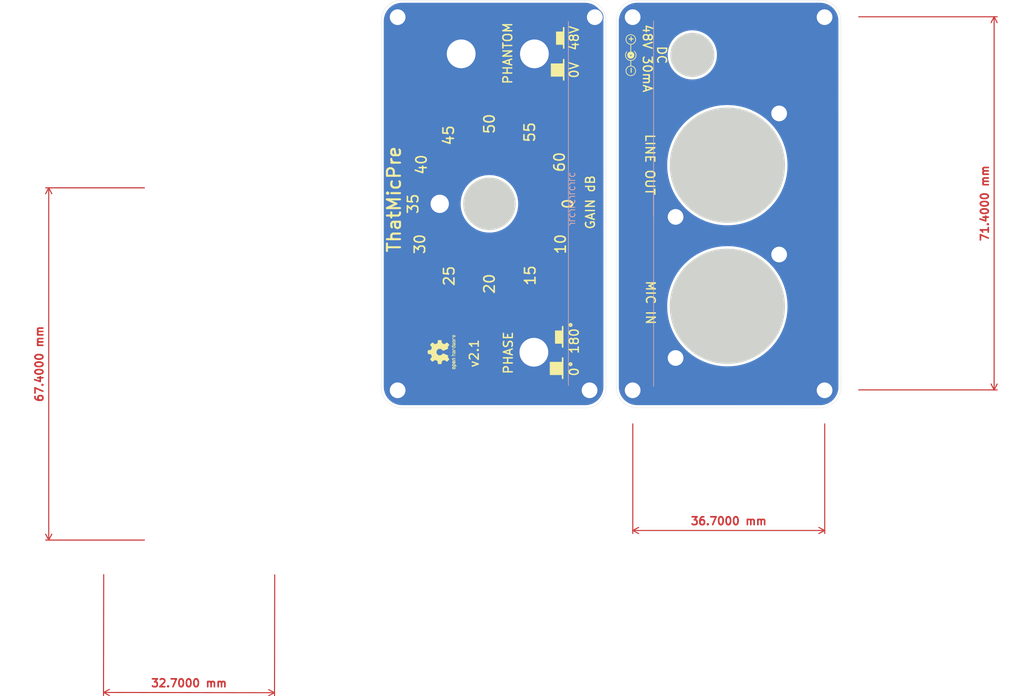
<source format=kicad_pcb>
(kicad_pcb (version 20240108) (generator "pcbnew") (generator_version "8.0")
  (title_block (title "THAT MicPre Panels") (date "2020-04-13") (rev "1.1") (company "OJG"))
  (layers (0 "F.Cu" signal) (31 "B.Cu" signal) (34 "B.Paste" user) (35 "F.Paste" user) (36 "B.SilkS" user "B.Silkscreen") (37 "F.SilkS" user "F.Silkscreen") (38 "B.Mask" user) (39 "F.Mask" user) (44 "Edge.Cuts" user))
  (net 0 "")
  (net 1 "GND")
  (footprint "Symbol:OSHW-Logo2_7.3x6mm_SilkScreen" (layer "F.Cu") (at 114.3508 121.7676 90)
    (property "Reference" "REF**" (hide yes))
    (property "Value" "OSHW-Logo2_7.3x6mm_SilkScreen" (hide yes))
    (fp_poly (pts (xy 2.6526 1.958752) (xy 2.669948 1.966334) (xy 2.711356 1.999128) (xy 2.746765 2.046547) (xy 2.768664 2.097151) (xy 2.772229 2.122098) (xy 2.760279 2.156927) (xy 2.734067 2.175357) (xy 2.705964 2.186516) (xy 2.693095 2.188572) (xy 2.686829 2.173649) (xy 2.674456 2.141175) (xy 2.669028 2.126502) (xy 2.63859 2.075744) (xy 2.59452 2.050427) (xy 2.53801 2.051206) (xy 2.533825 2.052203) (xy 2.503655 2.066507) (xy 2.481476 2.094393) (xy 2.466327 2.139287) (xy 2.45725 2.204615) (xy 2.453286 2.293804) (xy 2.452914 2.341261) (xy 2.45273 2.416071) (xy 2.451522 2.467069) (xy 2.448309 2.499471) (xy 2.442109 2.518495) (xy 2.43194 2.529356) (xy 2.416819 2.537272) (xy 2.415946 2.53767) (xy 2.386828 2.549981) (xy 2.372403 2.554514) (xy 2.370186 2.540809) (xy 2.368289 2.502925) (xy 2.366847 2.445715) (xy 2.365998 2.374027) (xy 2.365829 2.321565) (xy 2.366692 2.220047) (xy 2.37007 2.143032) (xy 2.377142 2.086023) (xy 2.389088 2.044526) (xy 2.40709 2.014043) (xy 2.432327 1.99008) (xy 2.457247 1.973355) (xy 2.517171 1.951097) (xy 2.586911 1.946076) (xy 2.6526 1.958752)) (stroke (width 0.01)) (fill solid) (layer "F.SilkS"))
    (fp_poly (pts (xy -1.283907 1.92778) (xy -1.237328 1.954723) (xy -1.204943 1.981466) (xy -1.181258 2.009484) (xy -1.164941 2.043748) (xy -1.154661 2.089227) (xy -1.149086 2.150892) (xy -1.146884 2.233711) (xy -1.146629 2.293246) (xy -1.146629 2.512391) (xy -1.208314 2.540044) (xy -1.27 2.567697) (xy -1.277257 2.32767) (xy -1.280256 2.238028) (xy -1.283402 2.172962) (xy -1.287299 2.128026) (xy -1.292553 2.09877) (xy -1.299769 2.080748) (xy -1.30955 2.069511) (xy -1.312688 2.067079) (xy -1.360239 2.048083) (xy -1.408303 2.0556) (xy -1.436914 2.075543) (xy -1.448553 2.089675) (xy -1.456609 2.10822) (xy -1.461729 2.136334) (xy -1.464559 2.179173) (xy -1.465744 2.241895) (xy -1.465943 2.307261) (xy -1.465982 2.389268) (xy -1.467386 2.447316) (xy -1.472086 2.486465) (xy -1.482013 2.51178) (xy -1.499097 2.528323) (xy -1.525268 2.541156) (xy -1.560225 2.554491) (xy -1.598404 2.569007) (xy -1.593859 2.311389) (xy -1.592029 2.218519) (xy -1.589888 2.149889) (xy -1.586819 2.100711) (xy -1.582206 2.066198) (xy -1.575432 2.041562) (xy -1.565881 2.022016) (xy -1.554366 2.00477) (xy -1.49881 1.94968) (xy -1.43102 1.917822) (xy -1.357287 1.910191) (xy -1.283907 1.92778)) (stroke (width 0.01)) (fill solid) (layer "F.SilkS"))
    (fp_poly (pts (xy 0.529926 1.949755) (xy 0.595858 1.974084) (xy 0.649273 2.017117) (xy 0.670164 2.047409) (xy 0.692939 2.102994) (xy 0.692466 2.143186) (xy 0.668562 2.170217) (xy 0.659717 2.174813) (xy 0.62153 2.189144) (xy 0.602028 2.185472) (xy 0.595422 2.161407) (xy 0.595086 2.148114) (xy 0.582992 2.09921) (xy 0.551471 2.064999) (xy 0.507659 2.048476) (xy 0.458695 2.052634) (xy 0.418894 2.074227) (xy 0.40545 2.086544) (xy 0.395921 2.101487) (xy 0.389485 2.124075) (xy 0.385317 2.159328) (xy 0.382597 2.212266) (xy 0.380502 2.287907) (xy 0.37996 2.311857) (xy 0.377981 2.39379) (xy 0.375731 2.451455) (xy 0.372357 2.489608) (xy 0.367006 2.513004) (xy 0.358824 2.526398) (xy 0.346959 2.534545) (xy 0.339362 2.538144) (xy 0.307102 2.550452) (xy 0.288111 2.554514) (xy 0.281836 2.540948) (xy 0.278006 2.499934) (xy 0.2766 2.430999) (xy 0.277598 2.333669) (xy 0.277908 2.318657) (xy 0.280101 2.229859) (xy 0.282693 2.165019) (xy 0.286382 2.119067) (xy 0.291864 2.086935) (xy 0.299835 2.063553) (xy 0.310993 2.043852) (xy 0.31683 2.03541) (xy 0.350296 1.998057) (xy 0.387727 1.969003) (xy 0.392309 1.966467) (xy 0.459426 1.946443) (xy 0.529926 1.949755)) (stroke (width 0.01)) (fill solid) (layer "F.SilkS"))
    (fp_poly (pts (xy -0.624114 1.851289) (xy -0.619861 1.910613) (xy -0.614975 1.945572) (xy -0.608205 1.96082) (xy -0.598298 1.961015) (xy -0.595086 1.959195) (xy -0.552356 1.946015) (xy -0.496773 1.946785) (xy -0.440263 1.960333) (xy -0.404918 1.977861) (xy -0.368679 2.005861) (xy -0.342187 2.037549) (xy -0.324001 2.077813) (xy -0.312678 2.131543) (xy -0.306778 2.203626) (xy -0.304857 2.298951) (xy -0.304823 2.317237) (xy -0.3048 2.522646) (xy -0.350509 2.53858) (xy -0.382973 2.54942) (xy -0.400785 2.554468) (xy -0.401309 2.554514) (xy -0.403063 2.540828) (xy -0.404556 2.503076) (xy -0.405674 2.446224) (xy -0.406303 2.375234) (xy -0.4064 2.332073) (xy -0.406602 2.246973) (xy -0.407642 2.185981) (xy -0.410169 2.144177) (xy -0.414836 2.116642) (xy -0.422293 2.098456) (xy -0.433189 2.084698) (xy -0.439993 2.078073) (xy -0.486728 2.051375) (xy -0.537728 2.049375) (xy -0.583999 2.071955) (xy -0.592556 2.080107) (xy -0.605107 2.095436) (xy -0.613812 2.113618) (xy -0.619369 2.139909) (xy -0.622474 2.179562) (xy -0.623824 2.237832) (xy -0.624114 2.318173) (xy -0.624114 2.522646) (xy -0.669823 2.53858) (xy -0.702287 2.54942) (xy -0.720099 2.554468) (xy -0.720623 2.554514) (xy -0.721963 2.540623) (xy -0.723172 2.501439) (xy -0.724199 2.4407) (xy -0.724998 2.362141) (xy -0.725519 2.269498) (xy -0.725714 2.166509) (xy -0.725714 1.769342) (xy -0.678543 1.749444) (xy -0.631371 1.729547) (xy -0.624114 1.851289)) (stroke (width 0.01)) (fill solid) (layer "F.SilkS"))
    (fp_poly (pts (xy 1.779833 1.958663) (xy 1.782048 1.99685) (xy 1.783784 2.054886) (xy 1.784899 2.12818) (xy 1.785257 2.205055) (xy 1.785257 2.465196) (xy 1.739326 2.511127) (xy 1.707675 2.539429) (xy 1.67989 2.550893) (xy 1.641915 2.550168) (xy 1.62684 2.548321) (xy 1.579726 2.542948) (xy 1.540756 2.539869) (xy 1.531257 2.539585) (xy 1.499233 2.541445) (xy 1.453432 2.546114) (xy 1.435674 2.548321) (xy 1.392057 2.551735) (xy 1.362745 2.54432) (xy 1.33368 2.521427) (xy 1.323188 2.511127) (xy 1.277257 2.465196) (xy 1.277257 1.978602) (xy 1.314226 1.961758) (xy 1.346059 1.949282) (xy 1.364683 1.944914) (xy 1.369458 1.958718) (xy 1.373921 1.997286) (xy 1.377775 2.056356) (xy 1.380722 2.131663) (xy 1.382143 2.195286) (xy 1.386114 2.445657) (xy 1.420759 2.450556) (xy 1.452268 2.447131) (xy 1.467708 2.436041) (xy 1.472023 2.415308) (xy 1.475708 2.371145) (xy 1.478469 2.309146) (xy 1.480012 2.234909) (xy 1.480235 2.196706) (xy 1.480457 1.976783) (xy 1.526166 1.960849) (xy 1.558518 1.950015) (xy 1.576115 1.944962) (xy 1.576623 1.944914) (xy 1.578388 1.958648) (xy 1.580329 1.99673) (xy 1.582282 2.054482) (xy 1.584084 2.127227) (xy 1.585343 2.195286) (xy 1.589314 2.445657) (xy 1.6764 2.445657) (xy 1.680396 2.21724) (xy 1.684392 1.988822) (xy 1.726847 1.966868) (xy 1.758192 1.951793) (xy 1.776744 1.944951) (xy 1.777279 1.944914) (xy 1.779833 1.958663)) (stroke (width 0.01)) (fill solid) (layer "F.SilkS"))
    (fp_poly (pts (xy -2.958885 1.921962) (xy -2.890855 1.957733) (xy -2.840649 2.015301) (xy -2.822815 2.052312) (xy -2.808937 2.107882) (xy -2.801833 2.178096) (xy -2.80116 2.254727) (xy -2.806573 2.329552) (xy -2.81773 2.394342) (xy -2.834286 2.440873) (xy -2.839374 2.448887) (xy -2.899645 2.508707) (xy -2.971231 2.544535) (xy -3.048908 2.55502) (xy -3.127452 2.53881) (xy -3.149311 2.529092) (xy -3.191878 2.499143) (xy -3.229237 2.459433) (xy -3.232768 2.454397) (xy -3.247119 2.430124) (xy -3.256606 2.404178) (xy -3.26221 2.370022) (xy -3.264914 2.321119) (xy -3.265701 2.250935) (xy -3.265714 2.2352) (xy -3.265678 2.230192) (xy -3.120571 2.230192) (xy -3.119727 2.29643) (xy -3.116404 2.340386) (xy -3.109417 2.368779) (xy -3.097584 2.388325) (xy -3.091543 2.394857) (xy -3.056814 2.41968) (xy -3.023097 2.418548) (xy -2.989005 2.397016) (xy -2.968671 2.374029) (xy -2.956629 2.340478) (xy -2.949866 2.287569) (xy -2.949402 2.281399) (xy -2.948248 2.185513) (xy -2.960312 2.114299) (xy -2.98543 2.068194) (xy -3.02344 2.047635) (xy -3.037008 2.046514) (xy -3.072636 2.052152) (xy -3.097006 2.071686) (xy -3.111907 2.109042) (xy -3.119125 2.16815) (xy -3.120571 2.230192) (xy -3.265678 2.230192) (xy -3.265174 2.160413) (xy -3.262904 2.108159) (xy -3.257932 2.071949) (xy -3.249287 2.045299) (xy -3.235995 2.021722) (xy -3.233057 2.017338) (xy -3.183687 1.958249) (xy -3.129891 1.923947) (xy -3.064398 1.910331) (xy -3.042158 1.909665) (xy -2.958885 1.921962)) (stroke (width 0.01)) (fill solid) (layer "F.SilkS"))
    (fp_poly (pts (xy 3.153595 1.966966) (xy 3.211021 2.004497) (xy 3.238719 2.038096) (xy 3.260662 2.099064) (xy 3.262405 2.147308) (xy 3.258457 2.211816) (xy 3.109686 2.276934) (xy 3.037349 2.310202) (xy 2.990084 2.336964) (xy 2.965507 2.360144) (xy 2.961237 2.382667) (xy 2.974889 2.407455) (xy 2.989943 2.423886) (xy 3.033746 2.450235) (xy 3.081389 2.452081) (xy 3.125145 2.431546) (xy 3.157289 2.390752) (xy 3.163038 2.376347) (xy 3.190576 2.331356) (xy 3.222258 2.312182) (xy 3.265714 2.295779) (xy 3.265714 2.357966) (xy 3.261872 2.400283) (xy 3.246823 2.435969) (xy 3.21528 2.476943) (xy 3.210592 2.482267) (xy 3.175506 2.51872) (xy 3.145347 2.538283) (xy 3.107615 2.547283) (xy 3.076335 2.55023) (xy 3.020385 2.550965) (xy 2.980555 2.54166) (xy 2.955708 2.527846) (xy 2.916656 2.497467) (xy 2.889625 2.464613) (xy 2.872517 2.423294) (xy 2.863238 2.367521) (xy 2.859693 2.291305) (xy 2.85941 2.252622) (xy 2.860372 2.206247) (xy 2.948007 2.206247) (xy 2.949023 2.231126) (xy 2.951556 2.2352) (xy 2.968274 2.229665) (xy 3.004249 2.215017) (xy 3.052331 2.19419) (xy 3.062386 2.189714) (xy 3.123152 2.158814) (xy 3.156632 2.131657) (xy 3.16399 2.10622) (xy 3.146391 2.080481) (xy 3.131856 2.069109) (xy 3.07941 2.046364) (xy 3.030322 2.050122) (xy 2.989227 2.077884) (xy 2.960758 2.127152) (xy 2.951631 2.166257) (xy 2.948007 2.206247) (xy 2.860372 2.206247) (xy 2.861285 2.162249) (xy 2.868196 2.095384) (xy 2.881884 2.046695) (xy 2.904096 2.010849) (xy 2.936574 1.982513) (xy 2.950733 1.973355) (xy 3.015053 1.949507) (xy 3.085473 1.948006) (xy 3.153595 1.966966)) (stroke (width 0.01)) (fill solid) (layer "F.SilkS"))
    (fp_poly (pts (xy 1.190117 2.065358) (xy 1.189933 2.173837) (xy 1.189219 2.257287) (xy 1.187675 2.319704) (xy 1.185001 2.365085) (xy 1.180894 2.397429) (xy 1.175055 2.420733) (xy 1.167182 2.438995) (xy 1.161221 2.449418) (xy 1.111855 2.505945) (xy 1.049264 2.541377) (xy 0.980013 2.55409) (xy 0.910668 2.542463) (xy 0.869375 2.521568) (xy 0.826025 2.485422) (xy 0.796481 2.441276) (xy 0.778655 2.383462) (xy 0.770463 2.306313) (xy 0.769302 2.249714) (xy 0.769458 2.245647) (xy 0.870857 2.245647) (xy 0.871476 2.31055) (xy 0.874314 2.353514) (xy 0.88084 2.381622) (xy 0.892523 2.401953) (xy 0.906483 2.417288) (xy 0.953365 2.44689) (xy 1.003701 2.449419) (xy 1.051276 2.424705) (xy 1.054979 2.421356) (xy 1.070783 2.403935) (xy 1.080693 2.383209) (xy 1.086058 2.352362) (xy 1.088228 2.304577) (xy 1.088571 2.251748) (xy 1.087827 2.185381) (xy 1.084748 2.141106) (xy 1.078061 2.112009) (xy 1.066496 2.091173) (xy 1.057013 2.080107) (xy 1.01296 2.052198) (xy 0.962224 2.048843) (xy 0.913796 2.070159) (xy 0.90445 2.078073) (xy 0.88854 2.095647) (xy 0.87861 2.116587) (xy 0.873278 2.147782) (xy 0.871163 2.196122) (xy 0.870857 2.245647) (xy 0.769458 2.245647) (xy 0.77281 2.158568) (xy 0.784726 2.090086) (xy 0.807135 2.0386) (xy 0.842124 1.998443) (xy 0.869375 1.977861) (xy 0.918907 1.955625) (xy 0.976316 1.945304) (xy 1.029682 1.948067) (xy 1.059543 1.959212) (xy 1.071261 1.962383) (xy 1.079037 1.950557) (xy 1.084465 1.918866) (xy 1.088571 1.870593) (xy 1.093067 1.816829) (xy 1.099313 1.784482) (xy 1.110676 1.765985) (xy 1.130528 1.75377) (xy 1.143 1.748362) (xy 1.190171 1.728601) (xy 1.190117 2.065358)) (stroke (width 0.01)) (fill solid) (layer "F.SilkS"))
    (fp_poly (pts (xy -1.831697 1.931239) (xy -1.774473 1.969735) (xy -1.730251 2.025335) (xy -1.703833 2.096086) (xy -1.69849 2.148162) (xy -1.699097 2.169893) (xy -1.704178 2.186531) (xy -1.718145 2.201437) (xy -1.745411 2.217973) (xy -1.790388 2.239498) (xy -1.857489 2.269374) (xy -1.857829 2.269524) (xy -1.919593 2.297813) (xy -1.970241 2.322933) (xy -2.004596 2.342179) (xy -2.017482 2.352848) (xy -2.017486 2.352934) (xy -2.006128 2.376166) (xy -1.979569 2.401774) (xy -1.949077 2.420221) (xy -1.93363 2.423886) (xy -1.891485 2.411212) (xy -1.855192 2.379471) (xy -1.837483 2.344572) (xy -1.820448 2.318845) (xy -1.787078 2.289546) (xy -1.747851 2.264235) (xy -1.713244 2.250471) (xy -1.706007 2.249714) (xy -1.697861 2.26216) (xy -1.69737 2.293972) (xy -1.703357 2.336866) (xy -1.714643 2.382558) (xy -1.73005 2.422761) (xy -1.730829 2.424322) (xy -1.777196 2.489062) (xy -1.837289 2.533097) (xy -1.905535 2.554711) (xy -1.976362 2.552185) (xy -2.044196 2.523804) (xy -2.047212 2.521808) (xy -2.100573 2.473448) (xy -2.13566 2.410352) (xy -2.155078 2.327387) (xy -2.157684 2.304078) (xy -2.162299 2.194055) (xy -2.156767 2.142748) (xy -2.017486 2.142748) (xy -2.015676 2.174753) (xy -2.005778 2.184093) (xy -1.981102 2.177105) (xy -1.942205 2.160587) (xy -1.898725 2.139881) (xy -1.897644 2.139333) (xy -1.860791 2.119949) (xy -1.846 2.107013) (xy -1.849647 2.093451) (xy -1.865005 2.075632) (xy -1.904077 2.049845) (xy -1.946154 2.04795) (xy -1.983897 2.066717) (xy -2.009966 2.102915) (xy -2.017486 2.142748) (xy -2.156767 2.142748) (xy -2.152806 2.106027) (xy -2.12845 2.036212) (xy -2.094544 1.987302) (xy -2.033347 1.937878) (xy -1.965937 1.913359) (xy -1.89712 1.911797) (xy -1.831697 1.931239)) (stroke (width 0.01)) (fill solid) (layer "F.SilkS"))
    (fp_poly (pts (xy 0.039744 1.950968) (xy 0.096616 1.972087) (xy 0.097267 1.972493) (xy 0.13244 1.99838) (xy 0.158407 2.028633) (xy 0.17667 2.068058) (xy 0.188732 2.121462) (xy 0.196096 2.193651) (xy 0.200264 2.289432) (xy 0.200629 2.303078) (xy 0.205876 2.508842) (xy 0.161716 2.531678) (xy 0.129763 2.54711) (xy 0.11047 2.554423) (xy 0.109578 2.554514) (xy 0.106239 2.541022) (xy 0.103587 2.504626) (xy 0.101956 2.451452) (xy 0.1016 2.408393) (xy 0.101592 2.338641) (xy 0.098403 2.294837) (xy 0.087288 2.273944) (xy 0.063501 2.272925) (xy 0.022296 2.288741) (xy -0.039914 2.317815) (xy -0.085659 2.341963) (xy -0.109187 2.362913) (xy -0.116104 2.385747) (xy -0.116114 2.386877) (xy -0.104701 2.426212) (xy -0.070908 2.447462) (xy -0.019191 2.450539) (xy 0.018061 2.450006) (xy 0.037703 2.460735) (xy 0.049952 2.486505) (xy 0.057002 2.519337) (xy 0.046842 2.537966) (xy 0.043017 2.540632) (xy 0.007001 2.55134) (xy -0.043434 2.552856) (xy -0.095374 2.545759) (xy -0.132178 2.532788) (xy -0.183062 2.489585) (xy -0.211986 2.429446) (xy -0.217714 2.382462) (xy -0.213343 2.340082) (xy -0.197525 2.305488) (xy -0.166203 2.274763) (xy -0.115322 2.24399) (xy -0.040824 2.209252) (xy -0.036286 2.207288) (xy 0.030821 2.176287) (xy 0.072232 2.150862) (xy 0.089981 2.128014) (xy 0.086107 2.104745) (xy 0.062643 2.078056) (xy 0.055627 2.071914) (xy 0.00863 2.0481) (xy -0.040067 2.049103) (xy -0.082478 2.072451) (xy -0.110616 2.115675) (xy -0.113231 2.12416) (xy -0.138692 2.165308) (xy -0.170999 2.185128) (xy -0.217714 2.20477) (xy -0.217714 2.15395) (xy -0.203504 2.080082) (xy -0.161325 2.012327) (xy -0.139376 1.989661) (xy -0.089483 1.960569) (xy -0.026033 1.9474) (xy 0.039744 1.950968)) (stroke (width 0.01)) (fill solid) (layer "F.SilkS"))
    (fp_poly (pts (xy -2.400256 1.919918) (xy -2.344799 1.947568) (xy -2.295852 1.99848) (xy -2.282371 2.017338) (xy -2.267686 2.042015) (xy -2.258158 2.068816) (xy -2.252707 2.104587) (xy -2.250253 2.156169) (xy -2.249714 2.224267) (xy -2.252148 2.317588) (xy -2.260606 2.387657) (xy -2.276826 2.439931) (xy -2.302546 2.479869) (xy -2.339503 2.512929) (xy -2.342218 2.514886) (xy -2.37864 2.534908) (xy -2.422498 2.544815) (xy -2.478276 2.547257) (xy -2.568952 2.547257) (xy -2.56899 2.635283) (xy -2.569834 2.684308) (xy -2.574976 2.713065) (xy -2.588413 2.730311) (xy -2.614142 2.744808) (xy -2.620321 2.747769) (xy -2.649236 2.761648) (xy -2.671624 2.770414) (xy -2.688271 2.771171) (xy -2.699964 2.761023) (xy -2.70749 2.737073) (xy -2.711634 2.696426) (xy -2.713185 2.636186) (xy -2.712929 2.553455) (xy -2.711651 2.445339) (xy -2.711252 2.413) (xy -2.709815 2.301524) (xy -2.708528 2.228603) (xy -2.569029 2.228603) (xy -2.568245 2.290499) (xy -2.56476 2.330997) (xy -2.556876 2.357708) (xy -2.542895 2.378244) (xy -2.533403 2.38826) (xy -2.494596 2.417567) (xy -2.460237 2.419952) (xy -2.424784 2.39575) (xy -2.423886 2.394857) (xy -2.409461 2.376153) (xy -2.400687 2.350732) (xy -2.396261 2.311584) (xy -2.394882 2.251697) (xy -2.394857 2.23843) (xy -2.398188 2.155901) (xy -2.409031 2.098691) (xy -2.42866 2.063766) (xy -2.45835 2.048094) (xy -2.475509 2.046514) (xy -2.516234 2.053926) (xy -2.544168 2.07833) (xy -2.560983 2.12298) (xy -2.56835 2.19113) (xy -2.569029 2.228603) (xy -2.708528 2.228603) (xy -2.708292 2.215245) (xy -2.706323 2.150333) (xy -2.70355 2.102958) (xy -2.699612 2.06929) (xy -2.694151 2.045498) (xy -2.686808 2.027753) (xy -2.677223 2.012224) (xy -2.673113 2.006381) (xy -2.618595 1.951185) (xy -2.549664 1.91989) (xy -2.469928 1.911165) (xy -2.400256 1.919918)) (stroke (width 0.01)) (fill solid) (layer "F.SilkS"))
    (fp_poly (pts (xy 2.144876 1.956335) (xy 2.186667 1.975344) (xy 2.219469 1.998378) (xy 2.243503 2.024133) (xy 2.260097 2.057358) (xy 2.270577 2.1028) (xy 2.276271 2.165207) (xy 2.278507 2.249327) (xy 2.278743 2.304721) (xy 2.278743 2.520826) (xy 2.241774 2.53767) (xy 2.212656 2.549981) (xy 2.198231 2.554514) (xy 2.195472 2.541025) (xy 2.193282 2.504653) (xy 2.191942 2.451542) (xy 2.191657 2.409372) (xy 2.190434 2.348447) (xy 2.187136 2.300115) (xy 2.182321 2.270518) (xy 2.178496 2.264229) (xy 2.152783 2.270652) (xy 2.112418 2.287125) (xy 2.065679 2.309458) (xy 2.020845 2.333457) (xy 1.986193 2.35493) (xy 1.970002 2.369685) (xy 1.969938 2.369845) (xy 1.97133 2.397152) (xy 1.983818 2.423219) (xy 2.005743 2.444392) (xy 2.037743 2.451474) (xy 2.065092 2.450649) (xy 2.103826 2.450042) (xy 2.124158 2.459116) (xy 2.136369 2.483092) (xy 2.137909 2.487613) (xy 2.143203 2.521806) (xy 2.129047 2.542568) (xy 2.092148 2.552462) (xy 2.052289 2.554292) (xy 1.980562 2.540727) (xy 1.943432 2.521355) (xy 1.897576 2.475845) (xy 1.873256 2.419983) (xy 1.871073 2.360957) (xy 1.891629 2.305953) (xy 1.922549 2.271486) (xy 1.95342 2.252189) (xy 2.001942 2.227759) (xy 2.058485 2.202985) (xy 2.06791 2.199199) (xy 2.130019 2.171791) (xy 2.165822 2.147634) (xy 2.177337 2.123619) (xy 2.16658 2.096635) (xy 2.148114 2.075543) (xy 2.104469 2.049572) (xy 2.056446 2.047624) (xy 2.012406 2.067637) (xy 1.980709 2.107551) (xy 1.976549 2.117848) (xy 1.952327 2.155724) (xy 1.916965 2.183842) (xy 1.872343 2.206917) (xy 1.872343 2.141485) (xy 1.874969 2.101506) (xy 1.88623 2.069997) (xy 1.911199 2.036378) (xy 1.935169 2.010484) (xy 1.972441 1.973817) (xy 2.001401 1.954121) (xy 2.032505 1.94622) (xy 2.067713 1.944914) (xy 2.144876 1.956335)) (stroke (width 0.01)) (fill solid) (layer "F.SilkS"))
    (fp_poly (pts (xy 0.10391 -2.757652) (xy 0.182454 -2.757222) (xy 0.239298 -2.756058) (xy 0.278105 -2.753793) (xy 0.302538 -2.75006) (xy 0.316262 -2.744494) (xy 0.32294 -2.736727) (xy 0.326236 -2.726395) (xy 0.326556 -2.725057) (xy 0.331562 -2.700921) (xy 0.340829 -2.653299) (xy 0.353392 -2.587259) (xy 0.368287 -2.507872) (xy 0.384551 -2.420204) (xy 0.385119 -2.417125) (xy 0.40141 -2.331211) (xy 0.416652 -2.255304) (xy 0.429861 -2.193955) (xy 0.440054 -2.151718) (xy 0.446248 -2.133145) (xy 0.446543 -2.132816) (xy 0.464788 -2.123747) (xy 0.502405 -2.108633) (xy 0.551271 -2.090738) (xy 0.551543 -2.090642) (xy 0.613093 -2.067507) (xy 0.685657 -2.038035) (xy 0.754057 -2.008403) (xy 0.757294 -2.006938) (xy 0.868702 -1.956374) (xy 1.115399 -2.12484) (xy 1.191077 -2.176197) (xy 1.259631 -2.222111) (xy 1.317088 -2.25997) (xy 1.359476 -2.287163) (xy 1.382825 -2.301079) (xy 1.385042 -2.302111) (xy 1.40201 -2.297516) (xy 1.433701 -2.275345) (xy 1.481352 -2.234553) (xy 1.546198 -2.174095) (xy 1.612397 -2.109773) (xy 1.676214 -2.046388) (xy 1.733329 -1.988549) (xy 1.780305 -1.939825) (xy 1.813703 -1.90379) (xy 1.830085 -1.884016) (xy 1.830694 -1.882998) (xy 1.832505 -1.869428) (xy 1.825683 -1.847267) (xy 1.80854 -1.813522) (xy 1.779393 -1.7652) (xy 1.736555 -1.699308) (xy 1.679448 -1.614483) (xy 1.628766 -1.539823) (xy 1.583461 -1.47286) (xy 1.54615 -1.417484) (xy 1.519452 -1.37758) (xy 1.505985 -1.357038) (xy 1.505137 -1.355644) (xy 1.506781 -1.335962) (xy 1.519245 -1.297707) (xy 1.540048 -1.248111) (xy 1.547462 -1.232272) (xy 1.579814 -1.16171) (xy 1.614328 -1.081647) (xy 1.642365 -1.012371) (xy 1.662568 -0.960955) (xy 1.678615 -0.921881) (xy 1.687888 -0.901459) (xy 1.689041 -0.899886) (xy 1.706096 -0.897279) (xy 1.746298 -0.890137) (xy 1.804302 -0.879477) (xy 1.874763 -0.866315) (xy 1.952335 -0.851667) (xy 2.031672 -0.836551) (xy 2.107431 -0.821982) (xy 2.174264 -0.808978) (xy 2.226828 -0.798555) (xy 2.259776 -0.79173) (xy 2.267857 -0.789801) (xy 2.276205 -0.785038) (xy 2.282506 -0.774282) (xy 2.287045 -0.753902) (xy 2.290104 -0.720266) (xy 2.291967 -0.669745) (xy 2.292918 -0.598708) (xy 2.29324 -0.503524) (xy 2.293257 -0.464508) (xy 2.293257 -0.147201) (xy 2.217057 -0.132161) (xy 2.174663 -0.124005) (xy 2.1114 -0.112101) (xy 2.034962 -0.097884) (xy 1.953043 -0.08279) (xy 1.9304 -0.078645) (xy 1.854806 -0.063947) (xy 1.788953 -0.049495) (xy 1.738366 -0.036625) (xy 1.708574 -0.026678) (xy 1.703612 -0.023713) (xy 1.691426 -0.002717) (xy 1.673953 0.037967) (xy 1.654577 0.090322) (xy 1.650734 0.1016) (xy 1.625339 0.171523) (xy 1.593817 0.250418) (xy 1.562969 0.321266) (xy 1.562817 0.321595) (xy 1.511447 0.432733) (xy 1.680399 0.681253) (xy 1.849352 0.929772) (xy 1.632429 1.147058) (xy 1.566819 1.211726) (xy 1.506979 1.268733) (xy 1.456267 1.315033) (xy 1.418046 1.347584) (xy 1.395675 1.363343) (xy 1.392466 1.364343) (xy 1.373626 1.356469) (xy 1.33518 1.334578) (xy 1.28133 1.301267) (xy 1.216276 1.259131) (xy 1.14594 1.211943) (xy 1.074555 1.16381) (xy 1.010908 1.121928) (xy 0.959041 1.088871) (xy 0.922995 1.067218) (xy 0.906867 1.059543) (xy 0.887189 1.066037) (xy 0.849875 1.08315) (xy 0.802621 1.107326) (xy 0.797612 1.110013) (xy 0.733977 1.141927) (xy 0.690341 1.157579) (xy 0.663202 1.157745) (xy 0.649057 1.143204) (xy 0.648975 1.143) (xy 0.641905 1.125779) (xy 0.625042 1.084899) (xy 0.599695 1.023525) (xy 0.567171 0.944819) (xy 0.528778 0.851947) (xy 0.485822 0.748072) (xy 0.444222 0.647502) (xy 0.398504 0.536516) (xy 0.356526 0.433703) (xy 0.319548 0.342215) (xy 0.288827 0.265201) (xy 0.265622 0.205815) (xy 0.25119 0.167209) (xy 0.246743 0.1528) (xy 0.257896 0.136272) (xy 0.287069 0.10993) (xy 0.325971 0.080887) (xy 0.436757 -0.010961) (xy 0.523351 -0.116241) (xy 0.584716 -0.232734) (xy 0.619815 -0.358224) (xy 0.627608 -0.490493) (xy 0.621943 -0.551543) (xy 0.591078 -0.678205) (xy 0.53792 -0.790059) (xy 0.465767 -0.885999) (xy 0.377917 -0.964924) (xy 0.277665 -1.02573) (xy 0.16831 -1.067313) (xy 0.053147 -1.088572) (xy -0.064525 -1.088401) (xy -0.18141 -1.065699) (xy -0.294211 -1.019362) (xy -0.399631 -0.948287) (xy -0.443632 -0.908089) (xy -0.528021 -0.804871) (xy -0.586778 -0.692075) (xy -0.620296 -0.57299) (xy -0.628965 -0.450905) (xy -0.613177 -0.329107) (xy -0.573322 -0.210884) (xy -0.509793 -0.099525) (xy -0.422979 0.001684) (xy -0.325971 0.080887) (xy -0.285563 0.111162) (xy -0.257018 0.137219) (xy -0.246743 0.152825) (xy -0.252123 0.169843) (xy -0.267425 0.2105) (xy -0.291388 0.271642) (xy -0.322756 0.350119) (xy -0.360268 0.44278) (xy -0.402667 0.546472) (xy -0.444337 0.647526) (xy -0.49031 0.758607) (xy -0.532893 0.861541) (xy -0.570779 0.953165) (xy -0.60266 1.030316) (xy -0.627229 1.089831) (xy -0.64318 1.128544) (xy -0.64909 1.143) (xy -0.663052 1.157685) (xy -0.69006 1.157642) (xy -0.733587 1.142099) (xy -0.79711 1.110284) (xy -0.797612 1.110013) (xy -0.84544 1.085323) (xy -0.884103 1.067338) (xy -0.905905 1.059614) (xy -0.906867 1.059543) (xy -0.923279 1.067378) (xy -0.959513 1.089165) (xy -1.011526 1.122328) (xy -1.075275 1.164291) (xy -1.14594 1.211943) (xy -1.217884 1.260191) (xy -1.282726 1.302151) (xy -1.336265 1.335227) (xy -1.374303 1.356821) (xy -1.392467 1.364343) (xy -1.409192 1.354457) (xy -1.44282 1.326826) (xy -1.48999 1.284495) (xy -1.547342 1.230505) (xy -1.611516 1.167899) (xy -1.632503 1.146983) (xy -1.849501 0.929623) (xy -1.684332 0.68722) (xy -1.634136 0.612781) (xy -1.590081 0.545972) (xy -1.554638 0.490665) (xy -1.530281 0.450729) (xy -1.519478 0.430036) (xy -1.519162 0.428563) (xy -1.524857 0.409058) (xy -1.540174 0.369822) (xy -1.562463 0.31743) (xy -1.578107 0.282355) (xy -1.607359 0.215201) (xy -1.634906 0.147358) (xy -1.656263 0.090034) (xy -1.662065 0.072572) (xy -1.678548 0.025938) (xy -1.69466 -0.010095) (xy -1.70351 -0.023713) (xy -1.72304 -0.032048) (xy -1.765666 -0.043863) (xy -1.825855 -0.057819) (xy -1.898078 -0.072578) (xy -1.9304 -0.078645) (xy -2.012478 -0.093727) (xy -2.091205 -0.108331) (xy -2.158891 -0.12102) (xy -2.20784 -0.130358) (xy -2.217057 -0.132161) (xy -2.293257 -0.147201) (xy -2.293257 -0.464508) (xy -2.293086 -0.568846) (xy -2.292384 -0.647787) (xy -2.290866 -0.704962) (xy -2.288251 -0.744001) (xy -2.284254 -0.768535) (xy -2.278591 -0.782195) (xy -2.27098 -0.788611) (xy -2.267857 -0.789801) (xy -2.249022 -0.79402) (xy -2.207412 -0.802438) (xy -2.14837 -0.814039) (xy -2.077243 -0.827805) (xy -1.999375 -0.84272) (xy -1.920113 -0.857768) (xy -1.844802 -0.871931) (xy -1.778787 -0.884194) (xy -1.727413 -0.893539) (xy -1.696025 -0.89895) (xy -1.689041 -0.899886) (xy -1.682715 -0.912404) (xy -1.66871 -0.945754) (xy -1.649645 -0.993623) (xy -1.642366 -1.012371) (xy -1.613004 -1.084805) (xy -1.578429 -1.16483) (xy -1.547463 -1.232272) (xy -1.524677 -1.283841) (xy -1.509518 -1.326215) (xy -1.504458 -1.352166) (xy -1.505264 -1.355644) (xy -1.515959 -1.372064) (xy -1.54038 -1.408583) (xy -1.575905 -1.461313) (xy -1.619913 -1.526365) (xy -1.669783 -1.599849) (xy -1.679644 -1.614355) (xy -1.737508 -1.700296) (xy -1.780044 -1.765739) (xy -1.808946 -1.813696) (xy -1.82591 -1.84718) (xy -1.832633 -1.869205) (xy -1.83081 -1.882783) (xy -1.830764 -1.882869) (xy -1.816414 -1.900703) (xy -1.784677 -1.935183) (xy -1.73899 -1.982732) (xy -1.682796 -2.039778) (xy -1.619532 -2.102745) (xy -1.612398 -2.109773) (xy -1.53267 -2.18698) (xy -1.471143 -2.24367) (xy -1.426579 -2.28089) (xy -1.397743 -2.299685) (xy -1.385042 -2.302111) (xy -1.366506 -2.291529) (xy -1.328039 -2.267084) (xy -1.273614 -2.231388) (xy -1.207202 -2.187053) (xy -1.132775 -2.136689) (xy -1.115399 -2.12484) (xy -0.868703 -1.956374) (xy -0.757294 -2.006938) (xy -0.689543 -2.036405) (xy -0.616817 -2.066041) (xy -0.554297 -2.08967) (xy -0.551543 -2.090642) (xy -0.50264 -2.108543) (xy -0.464943 -2.12368) (xy -0.446575 -2.13279) (xy -0.446544 -2.132816) (xy -0.440715 -2.149283) (xy -0.430808 -2.189781) (xy -0.417805 -2.249758) (xy -0.402691 -2.32466) (xy -0.386448 -2.409936) (xy -0.385119 -2.417125) (xy -0.368825 -2.504986) (xy -0.353867 -2.58474) (xy -0.341209 -2.651319) (xy -0.331814 -2.699653) (xy -0.326646 -2.724675) (xy -0.326556 -2.725057) (xy -0.323411 -2.735701) (xy -0.317296 -2.743738) (xy -0.304547 -2.749533) (xy -0.2815 -2.753453) (xy -0.244491 -2.755865) (xy -0.189856 -2.757135) (xy -0.113933 -2.757629) (xy -0.013056 -2.757714) (xy 0 -2.757714) (xy 0.10391 -2.757652)) (stroke (width 0.01)) (fill solid) (layer "F.SilkS"))
  )
  (footprint "Symbol:Symbol_Barrel_Polarity" (layer "F.Cu") (at 150.3438 64.9478 90)
    (property "Reference" "LOGO4" (hide yes))
    (property "Value" "SYM_Arrow_Normal" (hide yes))
    (fp_line (start 0 0.075) (end 2 0.075) (stroke (width 0.15)) (layer "F.SilkS"))
    (fp_line (start -2 0.075) (end -1.1 0.075) (stroke (width 0.15)) (layer "F.SilkS"))
    (fp_arc (start 0.75 0.75) (mid -1.007627 0.128033) (end 0.675 -0.675) (stroke (width 0.15)) (layer "F.SilkS"))
    (fp_circle (center 3 0.075) (end 3 1) (stroke (width 0.15)) (fill none) (layer "F.SilkS"))
    (fp_circle (center 0 0.075) (end 0 0.25) (stroke (width 0.5)) (fill none) (layer "F.SilkS"))
    (fp_circle (center -3 0.075) (end -3 1) (stroke (width 0.15)) (fill none) (layer "F.SilkS"))
  )
  (gr_line (start 154.787984 95.795736) (end 154.787984 58.395736) (stroke (width 0.12)) (layer "B.SilkS"))
  (gr_line (start 154.787984 90.695736) (end 154.787984 128.295736) (stroke (width 0.12)) (layer "B.SilkS"))
  (gr_line (start 138.487984 58.495736) (end 138.487984 128.195736) (stroke (width 0.12)) (layer "B.SilkS"))
  (gr_line (start 137.587984 59.695736) (end 137.587984 63.595736) (stroke (width 0.3)) (layer "F.SilkS"))
  (gr_line (start 137.387984 122.895736) (end 137.387984 126.795736) (stroke (width 0.3)) (layer "F.SilkS"))
  (gr_circle (center 164.687984 86.095736) (end 170.687984 86.095736) (stroke (width 0.12)) (fill none) (layer "F.SilkS"))
  (gr_line (start 137.587984 65.795736) (end 137.587984 69.695736) (stroke (width 0.3)) (layer "F.SilkS"))
  (gr_rect (start 135.987984 117.695736) (end 137.287984 120.095736) (stroke (width 0.12)) (fill solid) (layer "F.SilkS"))
  (gr_rect (start 135.187984 66.595736) (end 137.487984 68.995736) (stroke (width 0.12)) (fill solid) (layer "F.SilkS"))
  (gr_rect (start 134.987984 123.695736) (end 137.287984 126.095736) (stroke (width 0.12)) (fill solid) (layer "F.SilkS"))
  (gr_rect (start 136.187984 60.495736) (end 137.487984 62.895736) (stroke (width 0.12)) (fill solid) (layer "F.SilkS"))
  (gr_line (start 137.387984 116.895736) (end 137.387984 120.795736) (stroke (width 0.3)) (layer "F.SilkS"))
  (gr_line (start 186.627984 54.415736) (end 151.627984 54.415736) (stroke (width 0.05)) (layer "Edge.Cuts"))
  (gr_arc (start 190.627984 128.425736) (mid 189.456411 131.254163) (end 186.627984 132.425736) (stroke (width 0.05)) (layer "Edge.Cuts"))
  (gr_line (start 102.687984 58.415736) (end 102.687984 128.415736) (stroke (width 0.05)) (layer "Edge.Cuts"))
  (gr_arc (start 147.627984 58.415736) (mid 148.799557 55.587309) (end 151.627984 54.415736) (stroke (width 0.05)) (layer "Edge.Cuts"))
  (gr_line (start 186.627984 132.425736) (end 151.627984 132.415736) (stroke (width 0.05)) (layer "Edge.Cuts"))
  (gr_line (start 190.617984 58.405736) (end 190.627984 128.425736) (stroke (width 0.05)) (layer "Edge.Cuts"))
  (gr_circle (center 168.887984 85.995736) (end 179.887984 85.995736) (stroke (width 0.05)) (fill solid) (layer "Edge.Cuts"))
  (gr_circle (center 123.387984 93.395736) (end 118.387984 93.395736) (stroke (width 0.05)) (fill solid) (layer "Edge.Cuts"))
  (gr_arc (start 151.627984 132.415736) (mid 148.799557 131.244163) (end 147.627984 128.415736) (stroke (width 0.05)) (layer "Edge.Cuts"))
  (gr_circle (center 162.187984 64.895736) (end 166.387984 64.895736) (stroke (width 0.05)) (fill solid) (layer "Edge.Cuts"))
  (gr_arc (start 141.687984 54.415736) (mid 144.50934 55.58438) (end 145.677984 58.405736) (stroke (width 0.05)) (layer "Edge.Cuts"))
  (gr_circle (center 168.887984 112.995736) (end 157.887984 112.995736) (stroke (width 0.05)) (fill solid) (layer "Edge.Cuts"))
  (gr_arc (start 102.687984 58.415736) (mid 103.859557 55.587309) (end 106.687984 54.415736) (stroke (width 0.05)) (layer "Edge.Cuts"))
  (gr_line (start 147.627984 58.415736) (end 147.627984 128.415736) (stroke (width 0.05)) (layer "Edge.Cuts"))
  (gr_arc (start 145.687984 128.425736) (mid 144.516411 131.254163) (end 141.687984 132.425736) (stroke (width 0.05)) (layer "Edge.Cuts"))
  (gr_line (start 141.687984 54.415736) (end 106.687984 54.415736) (stroke (width 0.05)) (layer "Edge.Cuts"))
  (gr_line (start 141.687984 132.425736) (end 106.687984 132.415736) (stroke (width 0.05)) (layer "Edge.Cuts"))
  (gr_arc (start 106.687984 132.415736) (mid 103.859557 131.244163) (end 102.687984 128.415736) (stroke (width 0.05)) (layer "Edge.Cuts"))
  (gr_line (start 145.677984 58.405736) (end 145.687984 128.425736) (stroke (width 0.05)) (layer "Edge.Cuts"))
  (gr_arc (start 186.627984 54.415736) (mid 189.44934 55.58438) (end 190.617984 58.405736) (stroke (width 0.05)) (layer "Edge.Cuts"))
  (gr_text "JLCJLCJLCJLC" (at 139.187984 92.495736 -90) (layer "B.SilkS") (effects (font (size 1 1)) (justify mirror)))
  (gr_text "30" (at 110.087984 101.095736 90) (layer "F.SilkS") (effects (font (size 2 2) (thickness 0.3))))
  (gr_text "v2.1" (at 120.4722 122.0216 90) (layer "F.SilkS") (effects (font (size 1.7 1.7) (thickness 0.27))))
  (gr_text "PHASE" (at 126.987984 121.895736 90) (layer "F.SilkS") (effects (font (size 1.7 1.7) (thickness 0.27))))
  (gr_text "55" (at 131.087984 79.695736 90) (layer "F.SilkS") (effects (font (size 2 2) (thickness 0.3))))
  (gr_text "35" (at 108.787984 93.395736 90) (layer "F.SilkS") (effects (font (size 2 2) (thickness 0.3))))
  (gr_text "GAIN dB" (at 142.687984 93.095736 90) (layer "F.SilkS") (effects (font (size 1.7 1.7) (thickness 0.27))))
  (gr_text "50" (at 123.387984 78.095736 90) (layer "F.SilkS") (effects (font (size 2 2) (thickness 0.3))))
  (gr_text "15" (at 131.187984 107.095736 90) (layer "F.SilkS") (effects (font (size 2 2) (thickness 0.3))))
  (gr_text "+" (at 150.42 61.8462 90) (layer "F.SilkS") (effects (font (size 1 1) (thickness 0.2))))
  (gr_text "45" (at 115.587984 80.295736 90) (layer "F.SilkS") (effects (font (size 2 2) (thickness 0.3))))
  (gr_text "DC \n48V 30mA" (at 154.9654 65.5574 -90) (layer "F.SilkS") (effects (font (size 1.7 1.7) (thickness 0.27))))
  (gr_text "PHANTOM" (at 126.887984 64.595736 90) (layer "F.SilkS") (effects (font (size 1.7 1.7) (thickness 0.27))))
  (gr_text "25" (at 115.687984 107.195736 90) (layer "F.SilkS") (effects (font (size 2 2) (thickness 0.3))))
  (gr_text "0V" (at 139.587984 67.795736 90) (layer "F.SilkS") (effects (font (size 1.7 1.7) (thickness 0.27))))
  (gr_text "40" (at 110.387984 85.895736 90) (layer "F.SilkS") (effects (font (size 2 2) (thickness 0.3))))
  (gr_text "10" (at 136.987984 101.095736 90) (layer "F.SilkS") (effects (font (size 2 2) (thickness 0.3))))
  (gr_text "-" (at 150.42 67.8462 90) (layer "F.SilkS") (effects (font (size 1 1) (thickness 0.2))))
  (gr_text "0" (at 138.387984 93.395736 90) (layer "F.SilkS") (effects (font (size 2 2) (thickness 0.3))))
  (gr_text "ThatMicPre" (at 105.156 102.9208 90) (layer "F.SilkS") (effects (font (size 2.5 2.5) (thickness 0.4)) (justify left)))
  (gr_text "MIC IN" (at 154.187984 112.295736 -90) (layer "F.SilkS") (effects (font (size 1.7 1.7) (thickness 0.27))))
  (gr_text "60" (at 136.787984 85.395736 90) (layer "F.SilkS") (effects (font (size 2 2) (thickness 0.3))))
  (gr_text "48V" (at 139.6 61.7 90) (layer "F.SilkS") (effects (font (size 1.7 1.7) (thickness 0.27))))
  (gr_text "LINE OUT" (at 154.087984 85.895736 -90) (layer "F.SilkS") (effects (font (size 1.7 1.7) (thickness 0.27))))
  (gr_text "0°" (at 139.587984 124.895736 90) (layer "F.SilkS") (effects (font (size 1.7 1.7) (thickness 0.27))))
  (gr_text "180°" (at 139.6 119 90) (layer "F.SilkS") (effects (font (size 1.7 1.7) (thickness 0.27))))
  (gr_text "20" (at 123.387984 108.695736 90) (layer "F.SilkS") (effects (font (size 2 2) (thickness 0.3))))
  (dimension (type aligned) (layer "F.Cu") (pts (xy 150.8 135) (xy 187.5 135)) (height 20.9) (gr_text "36.7000 mm" (at 169.15 154.1 0) (layer "F.Cu") (effects (font (size 1.5 1.5) (thickness 0.3)))) (format (prefix "") (suffix "") (units 3) (units_format 1) (precision 4)) (style (thickness 0.2) (arrow_length 1.27) (text_position_mode 0) (extension_height 0.58642) (extension_offset 0.5) keep_text_aligned))
  (dimension (type aligned) (layer "F.Cu") (pts (xy 49.631247 163.842159) (xy 82.331247 163.892159)) (height 23.051868) (gr_text "32.7000 mm" (at 65.948752 185.119002 359.9123918) (layer "F.Cu") (effects (font (size 1.5 1.5) (thickness 0.3)))) (format (prefix "") (suffix "") (units 3) (units_format 1) (precision 4)) (style (thickness 0.2) (arrow_length 1.27) (text_position_mode 0) (extension_height 0.58642) (extension_offset 0.5) keep_text_aligned))
  (dimension (type aligned) (layer "F.Cu") (pts (xy 57.916 90.334) (xy 57.916 157.734)) (height 18.8) (gr_text "67.4000 mm" (at 37.316 124.034 90) (layer "F.Cu") (effects (font (size 1.5 1.5) (thickness 0.3)))) (format (prefix "") (suffix "") (units 3) (units_format 1) (precision 4)) (style (thickness 0.2) (arrow_length 1.27) (text_position_mode 0) (extension_height 0.58642) (extension_offset 0.5) keep_text_aligned))
  (dimension (type aligned) (layer "F.Cu") (pts (xy 193.5 57.6) (xy 193.5 129)) (height -26.4) (gr_text "71.4000 mm" (at 218.1 93.3 90) (layer "F.Cu") (effects (font (size 1.5 1.5) (thickness 0.3)))) (format (prefix "") (suffix "") (units 3) (units_format 1) (precision 4)) (style (thickness 0.2) (arrow_length 1.27) (text_position_mode 0) (extension_height 0.58642) (extension_offset 0.5) keep_text_aligned))
  (via (at 187.477984 129.075736) (size 3.3) (drill 3) (layers "F.Cu" "B.Cu") (net 1))
  (via (at 150.777984 129.075736) (size 3.3) (drill 3) (layers "F.Cu" "B.Cu") (net 1))
  (via (at 113.887984 93.395736) (size 4) (drill 3.5) (layers "F.Cu" "B.Cu") (net 1))
  (via (at 131.887984 121.795736) (size 6) (drill 5.5) (layers "F.Cu" "B.Cu") (net 1))
  (via (at 117.987984 64.695736) (size 6) (drill 5.5) (layers "F.Cu" "B.Cu") (net 1))
  (via (at 105.837984 57.675736) (size 3.3) (drill 3) (layers "F.Cu" "B.Cu") (net 1))
  (via (at 142.537984 129.075736) (size 3.3) (drill 3) (layers "F.Cu" "B.Cu") (net 1))
  (via (at 143.537984 57.675736) (size 3.3) (drill 3) (layers "F.Cu" "B.Cu") (net 1))
  (via (at 158.987984 122.895736) (size 3.3) (drill 3) (layers "F.Cu" "B.Cu") (net 1))
  (via (at 150.777984 57.675736) (size 3.3) (drill 3) (layers "F.Cu" "B.Cu") (net 1))
  (via (at 187.477984 57.675736) (size 3.3) (drill 3) (layers "F.Cu" "B.Cu") (net 1))
  (via (at 158.987984 95.895736) (size 3.3) (drill 3) (layers "F.Cu" "B.Cu") (net 1))
  (via (at 178.787984 76.095736) (size 3.3) (drill 3) (layers "F.Cu" "B.Cu") (net 1))
  (via (at 178.787984 103.095736) (size 3.3) (drill 3) (layers "F.Cu" "B.Cu") (net 1))
  (via (at 131.987984 64.695736) (size 6) (drill 5.5) (layers "F.Cu" "B.Cu") (net 1))
  (via (at 105.837984 129.075736) (size 3.3) (drill 3) (layers "F.Cu" "B.Cu") (net 1))
  (zone (net 1) (net_name "GND") (layer "B.Cu") (connect_pads (clearance 0.508)) (min_thickness 0.254) (fill yes (thermal_gap 0.508) (thermal_bridge_width 0.508) (island_removal_mode 1) (island_area_min 0))
    (polygon (pts (xy 102.687984 54.495736) (xy 145.587984 54.495736) (xy 145.687984 132.295736) (xy 102.687984 132.395736)))
  )
  (zone (net 1) (net_name "GND") (layer "B.Cu") (connect_pads yes (clearance 0.508)) (min_thickness 0.254) (fill yes (thermal_gap 0.508) (thermal_bridge_width 0.508) (island_removal_mode 1) (island_area_min 0))
    (polygon (pts (xy 147.687984 54.495736) (xy 190.687984 54.495736) (xy 190.687984 132.395736) (xy 147.687984 132.425736)))
  )
)
</source>
